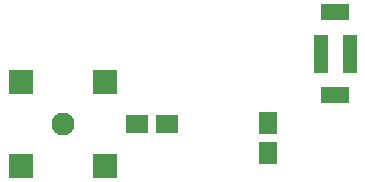
<source format=gbr>
G04 #@! TF.FileFunction,Soldermask,Top*
%FSLAX46Y46*%
G04 Gerber Fmt 4.6, Leading zero omitted, Abs format (unit mm)*
G04 Created by KiCad (PCBNEW 4.0.5) date 05/07/17 17:18:14*
%MOMM*%
%LPD*%
G01*
G04 APERTURE LIST*
%ADD10C,0.100000*%
%ADD11R,1.200000X3.200000*%
%ADD12R,2.400000X1.400000*%
%ADD13R,2.051000X2.051000*%
%ADD14C,1.950000*%
%ADD15R,1.650000X1.900000*%
%ADD16R,1.900000X1.650000*%
G04 APERTURE END LIST*
D10*
D11*
X116331200Y-105202000D03*
D12*
X117551200Y-101712000D03*
X117551200Y-108712000D03*
D11*
X118771200Y-105212000D03*
D13*
X90932000Y-114681000D03*
X98044000Y-107569000D03*
X90932000Y-107569000D03*
X98044000Y-114681000D03*
D14*
X94488000Y-111125000D03*
D15*
X111848900Y-111119600D03*
X111848900Y-113619600D03*
D16*
X103307200Y-111125000D03*
X100807200Y-111125000D03*
M02*

</source>
